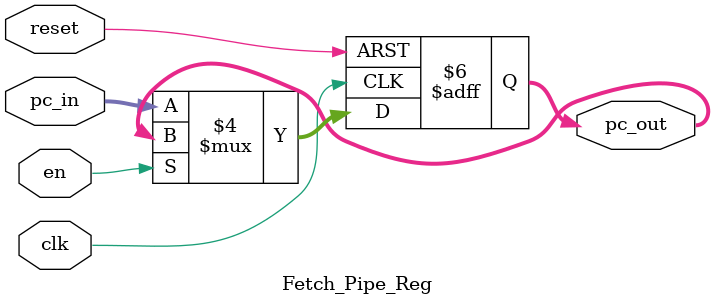
<source format=v>
module Fetch_Pipe_Reg //program counter with pipe reg 
#(parameter width =32)
(input clk ,
input reset ,
input en,
input [width-1:0] pc_in,
output reg  [width-1:0] pc_out
);

always @ (posedge clk,negedge reset )begin
if(!reset)
pc_out<={width{1'b0}};
else if (!en)
pc_out<=pc_in;
end
endmodule 
</source>
